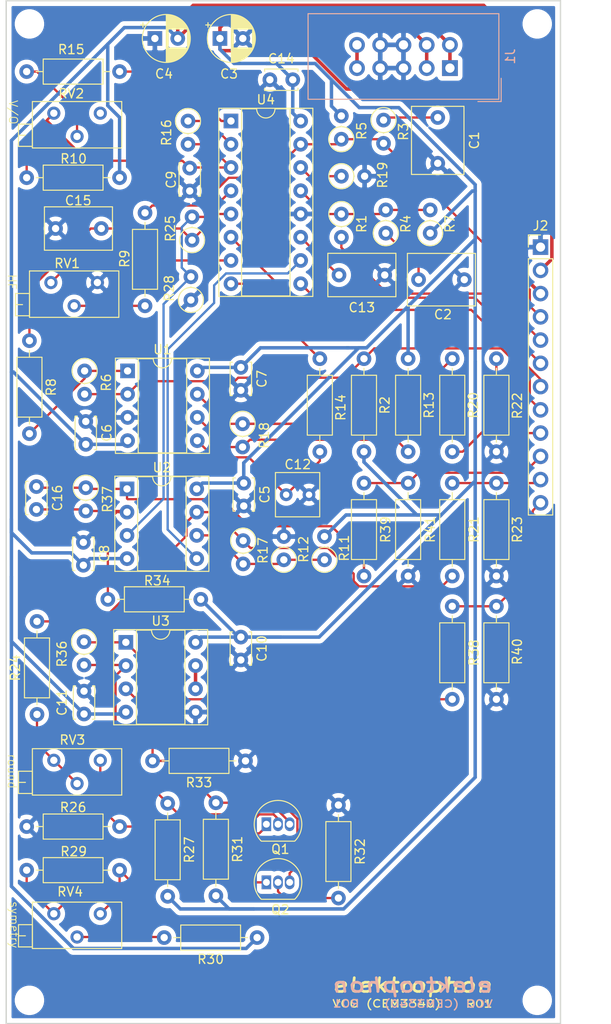
<source format=kicad_pcb>
(kicad_pcb (version 20171130) (host pcbnew 5.1.5-52549c5~86~ubuntu19.04.1)
  (title_block (title vco) (date 2020-05-23) (rev 01) (comment 1 "PCB for main circuit") (comment 2 "CEM3340 voltage controlled oszillator") (comment 4 "License CC BY 4.0 - Attribution 4.0 International"))
  (layers (0 F.Cu signal) (31 B.Cu signal) (34 B.Paste user) (35 F.Paste user) (36 B.SilkS user) (37 F.SilkS user) (38 B.Mask user) (39 F.Mask user) (44 Edge.Cuts user))
  (net 0 "")
  (net 1 GND)
  (net 2 "Net-(C1-Pad1)")
  (net 3 "Net-(C2-Pad1)")
  (net 4 +15V)
  (net 5 -15V)
  (net 6 /PWM)
  (net 7 +5V)
  (net 8 /PULSE)
  (net 9 /SINE)
  (net 10 /TRIANGLE)
  (net 11 /SAW)
  (net 12 /SOFT_SYNC)
  (net 13 /HARD_SYNC)
  (net 14 /IN_LIN_FM)
  (net 15 /IN_PWM)
  (net 16 /CV)
  (net 17 "Net-(Q1-Pad1)")
  (net 18 "Net-(Q1-Pad3)")
  (net 19 "Net-(Q1-Pad2)")
  (net 20 "Net-(Q2-Pad1)")
  (net 21 "Net-(Q2-Pad3)")
  (net 22 "Net-(Q2-Pad2)")
  (net 23 /LIN_FM)
  (net 24 "Net-(R6-Pad1)")
  (net 25 "Net-(R9-Pad2)")
  (net 26 "Net-(R11-Pad1)")
  (net 27 "Net-(R13-Pad1)")
  (net 28 /SAW_RAW)
  (net 29 "Net-(R15-Pad2)")
  (net 30 "Net-(R15-Pad1)")
  (net 31 "Net-(R16-Pad1)")
  (net 32 "Net-(R17-Pad1)")
  (net 33 "Net-(R18-Pad1)")
  (net 34 "Net-(R19-Pad1)")
  (net 35 "Net-(R24-Pad1)")
  (net 36 /PULSE_RAW)
  (net 37 "Net-(R30-Pad2)")
  (net 38 "Net-(R36-Pad1)")
  (net 39 /HF_Trim)
  (net 40 /TRI_RAW)
  (net 41 "Net-(C9-Pad1)")
  (net 42 "Net-(C12-Pad1)")
  (net 43 "Net-(C13-Pad1)")
  (net 44 "Net-(C16-Pad2)")
  (net 45 "Net-(C16-Pad1)")
  (net 46 "Net-(U3-Pad6)")
  (module Resistor_THT:R_Axial_DIN0207_L6.3mm_D2.5mm_P2.54mm_Vertical (layer F.Cu) (at 55.753 86.487 90)
    (fp_text reference R12 (at 1.143 2.159 90) (layer F.SilkS))
    (fp_text value 10k)
    (pad 2 thru_hole oval (at 2.54 0 90) (size 1.6 1.6) (drill 0.8) (layers *.Cu *.Mask) (net 1 GND))
    (pad 1 thru_hole circle (at 0 0 90) (size 1.6 1.6) (drill 0.8) (layers *.Cu *.Mask) (net 26 "Net-(R11-Pad1)"))
  )
  (module Resistor_THT:R_Axial_DIN0207_L6.3mm_D2.5mm_P2.54mm_Vertical (layer F.Cu) (at 60.198 86.487 90)
    (fp_text reference R11 (at 1.27 2.159 90) (layer F.SilkS))
    (fp_text value 30k)
    (pad 2 thru_hole oval (at 2.54 0 90) (size 1.6 1.6) (drill 0.8) (layers *.Cu *.Mask) (net 4 +15V))
    (pad 1 thru_hole circle (at 0 0 90) (size 1.6 1.6) (drill 0.8) (layers *.Cu *.Mask) (net 26 "Net-(R11-Pad1)"))
  )
  (module Resistor_THT:R_Axial_DIN0207_L6.3mm_D2.5mm_P2.54mm_Vertical (layer F.Cu) (at 45.2755 38.5445 270)
    (fp_text reference R16 (at 1.27 2.3495 90) (layer F.SilkS))
    (fp_text value 5k6)
    (pad 2 thru_hole oval (at 2.54 0 270) (size 1.6 1.6) (drill 0.8) (layers *.Cu *.Mask) (net 41 "Net-(C9-Pad1)"))
    (pad 1 thru_hole circle (at 0 0 270) (size 1.6 1.6) (drill 0.8) (layers *.Cu *.Mask) (net 31 "Net-(R16-Pad1)"))
  )
  (module Resistor_THT:R_Axial_DIN0207_L6.3mm_D2.5mm_P2.54mm_Vertical (layer F.Cu) (at 62.045 44.577)
    (fp_text reference R19 (at 4.503 -0.127 90) (layer F.SilkS))
    (fp_text value 1k8)
    (pad 2 thru_hole oval (at 2.54 0) (size 1.6 1.6) (drill 0.8) (layers *.Cu *.Mask) (net 1 GND))
    (pad 1 thru_hole circle (at 0 0) (size 1.6 1.6) (drill 0.8) (layers *.Cu *.Mask) (net 34 "Net-(R19-Pad1)"))
  )
  (module Resistor_THT:R_Axial_DIN0207_L6.3mm_D2.5mm_P2.54mm_Vertical (layer F.Cu) (at 71.755 50.8 90)
    (fp_text reference R7 (at 1.016 2.159 90) (layer F.SilkS))
    (fp_text value 1M5)
    (pad 2 thru_hole oval (at 2.54 0 90) (size 1.6 1.6) (drill 0.8) (layers *.Cu *.Mask) (net 23 /LIN_FM))
    (pad 1 thru_hole circle (at 0 0 90) (size 1.6 1.6) (drill 0.8) (layers *.Cu *.Mask) (net 4 +15V))
  )
  (module Resistor_THT:R_Axial_DIN0207_L6.3mm_D2.5mm_P2.54mm_Vertical (layer F.Cu) (at 66.9 50.8 90)
    (fp_text reference R4 (at 1.016 2.188 90) (layer F.SilkS))
    (fp_text value 470)
    (pad 2 thru_hole oval (at 2.54 0 90) (size 1.6 1.6) (drill 0.8) (layers *.Cu *.Mask) (net 23 /LIN_FM))
    (pad 1 thru_hole circle (at 0 0 90) (size 1.6 1.6) (drill 0.8) (layers *.Cu *.Mask) (net 3 "Net-(C2-Pad1)"))
  )
  (module Resistor_THT:R_Axial_DIN0207_L6.3mm_D2.5mm_P2.54mm_Vertical (layer F.Cu) (at 62.045 48.71 270)
    (fp_text reference R1 (at 1.074 -2.217 90) (layer F.SilkS))
    (fp_text value 1M)
    (pad 2 thru_hole oval (at 2.54 0 270) (size 1.6 1.6) (drill 0.8) (layers *.Cu *.Mask) (net 14 /IN_LIN_FM))
    (pad 1 thru_hole circle (at 0 0 270) (size 1.6 1.6) (drill 0.8) (layers *.Cu *.Mask) (net 23 /LIN_FM))
  )
  (module Resistor_THT:R_Axial_DIN0207_L6.3mm_D2.5mm_P2.54mm_Vertical (layer F.Cu) (at 66.65525 38.4445 270)
    (fp_text reference R3 (at 1.27 -2.17875 90) (layer F.SilkS))
    (fp_text value 470)
    (pad 2 thru_hole oval (at 2.54 0 270) (size 1.6 1.6) (drill 0.8) (layers *.Cu *.Mask) (net 16 /CV))
    (pad 1 thru_hole circle (at 0 0 270) (size 1.6 1.6) (drill 0.8) (layers *.Cu *.Mask) (net 2 "Net-(C1-Pad1)"))
  )
  (module Resistor_THT:R_Axial_DIN0207_L6.3mm_D2.5mm_P2.54mm_Vertical (layer F.Cu) (at 33.909 95.4405 270)
    (fp_text reference R36 (at 1.3335 2.413 90) (layer F.SilkS))
    (fp_text value 20k)
    (pad 2 thru_hole oval (at 2.54 0 270) (size 1.6 1.6) (drill 0.8) (layers *.Cu *.Mask) (net 18 "Net-(Q1-Pad3)"))
    (pad 1 thru_hole circle (at 0 0 270) (size 1.6 1.6) (drill 0.8) (layers *.Cu *.Mask) (net 38 "Net-(R36-Pad1)"))
  )
  (module Resistor_THT:R_Axial_DIN0207_L6.3mm_D2.5mm_P2.54mm_Vertical (layer F.Cu) (at 34.0995 78.613 270)
    (fp_text reference R37 (at 1.27 -2.37 90) (layer F.SilkS))
    (fp_text value 33k)
    (pad 2 thru_hole oval (at 2.54 0 270) (size 1.6 1.6) (drill 0.8) (layers *.Cu *.Mask) (net 44 "Net-(C16-Pad2)"))
    (pad 1 thru_hole circle (at 0 0 270) (size 1.6 1.6) (drill 0.8) (layers *.Cu *.Mask) (net 45 "Net-(C16-Pad1)"))
  )
  (module Resistor_THT:R_Axial_DIN0207_L6.3mm_D2.5mm_P2.54mm_Vertical (layer F.Cu) (at 51.308 84.397 270)
    (fp_text reference R17 (at 1.074 -2.159 90) (layer F.SilkS))
    (fp_text value 15k)
    (pad 2 thru_hole oval (at 2.54 0 270) (size 1.6 1.6) (drill 0.8) (layers *.Cu *.Mask) (net 26 "Net-(R11-Pad1)"))
    (pad 1 thru_hole circle (at 0 0 270) (size 1.6 1.6) (drill 0.8) (layers *.Cu *.Mask) (net 32 "Net-(R17-Pad1)"))
  )
  (module Resistor_THT:R_Axial_DIN0207_L6.3mm_D2.5mm_P2.54mm_Vertical (layer F.Cu) (at 51.2445 71.628 270)
    (fp_text reference R18 (at 1.27 -2.37 90) (layer F.SilkS))
    (fp_text value 10k)
    (pad 2 thru_hole oval (at 2.54 0 270) (size 1.6 1.6) (drill 0.8) (layers *.Cu *.Mask) (net 27 "Net-(R13-Pad1)"))
    (pad 1 thru_hole circle (at 0 0 270) (size 1.6 1.6) (drill 0.8) (layers *.Cu *.Mask) (net 33 "Net-(R18-Pad1)"))
  )
  (module Resistor_THT:R_Axial_DIN0207_L6.3mm_D2.5mm_P2.54mm_Vertical (layer F.Cu) (at 33.9725 65.8495 270)
    (fp_text reference R6 (at 1.27 -2.37 90) (layer F.SilkS))
    (fp_text value 120k)
    (pad 2 thru_hole oval (at 2.54 0 270) (size 1.6 1.6) (drill 0.8) (layers *.Cu *.Mask) (net 15 /IN_PWM))
    (pad 1 thru_hole circle (at 0 0 270) (size 1.6 1.6) (drill 0.8) (layers *.Cu *.Mask) (net 24 "Net-(R6-Pad1)"))
  )
  (module Resistor_THT:R_Axial_DIN0207_L6.3mm_D2.5mm_P2.54mm_Vertical (layer F.Cu) (at 45.593 58.1025 90)
    (fp_text reference R28 (at 1.27 -2.37 90) (layer F.SilkS))
    (fp_text value 10k)
    (pad 2 thru_hole oval (at 2.54 0 90) (size 1.6 1.6) (drill 0.8) (layers *.Cu *.Mask) (net 36 /PULSE_RAW))
    (pad 1 thru_hole circle (at 0 0 90) (size 1.6 1.6) (drill 0.8) (layers *.Cu *.Mask) (net 1 GND))
  )
  (module Resistor_THT:R_Axial_DIN0207_L6.3mm_D2.5mm_P2.54mm_Vertical (layer F.Cu) (at 45.72 51.562 90)
    (fp_text reference R25 (at 1.27 -2.37 90) (layer F.SilkS))
    (fp_text value 1M)
    (pad 2 thru_hole oval (at 2.54 0 90) (size 1.6 1.6) (drill 0.8) (layers *.Cu *.Mask) (net 36 /PULSE_RAW))
    (pad 1 thru_hole circle (at 0 0 90) (size 1.6 1.6) (drill 0.8) (layers *.Cu *.Mask) (net 6 /PWM))
  )
  (module Resistor_THT:R_Axial_DIN0207_L6.3mm_D2.5mm_P2.54mm_Vertical (layer F.Cu) (at 62.0395 40.5345 90)
    (fp_text reference R5 (at 0.9105 2.2225 90) (layer F.SilkS))
    (fp_text value 360k)
    (pad 2 thru_hole oval (at 2.54 0 90) (size 1.6 1.6) (drill 0.8) (layers *.Cu *.Mask) (net 4 +15V))
    (pad 1 thru_hole circle (at 0 0 90) (size 1.6 1.6) (drill 0.8) (layers *.Cu *.Mask) (net 16 /CV))
  )
  (module Capacitor_THT:C_Rect_L7.2mm_W4.5mm_P5.00mm_FKS2_FKP2_MKS2_MKP2 (layer F.Cu) (at 30.7975 50.292)
    (fp_text reference C15 (at 2.4765 -3.048) (layer F.SilkS))
    (fp_text value 0.001u)
    (pad 2 thru_hole circle (at 5 0) (size 1.6 1.6) (drill 0.8) (layers *.Cu *.Mask) (net 6 /PWM))
    (pad 1 thru_hole circle (at 0 0) (size 1.6 1.6) (drill 0.8) (layers *.Cu *.Mask) (net 1 GND))
  )
  (module Capacitor_THT:C_Rect_L7.2mm_W4.5mm_P5.00mm_FKS2_FKP2_MKS2_MKP2 (layer F.Cu) (at 61.7855 55.372)
    (fp_text reference C13 (at 2.5 3.556) (layer F.SilkS))
    (fp_text value 1000p)
    (pad 2 thru_hole circle (at 5 0) (size 1.6 1.6) (drill 0.8) (layers *.Cu *.Mask) (net 1 GND))
    (pad 1 thru_hole circle (at 0 0) (size 1.6 1.6) (drill 0.8) (layers *.Cu *.Mask) (net 43 "Net-(C13-Pad1)"))
  )
  (module Capacitor_THT:C_Rect_L4.6mm_W4.6mm_P2.50mm_MKS02_FKP02 (layer F.Cu) (at 56.007 79.375)
    (fp_text reference C12 (at 1.27 -3.302) (layer F.SilkS))
    (fp_text value 33p)
    (pad 2 thru_hole circle (at 2.5 0) (size 1.4 1.4) (drill 0.7) (layers *.Cu *.Mask) (net 1 GND))
    (pad 1 thru_hole circle (at 0 0) (size 1.4 1.4) (drill 0.7) (layers *.Cu *.Mask) (net 42 "Net-(C12-Pad1)"))
  )
  (module Capacitor_THT:C_Rect_L7.2mm_W5.5mm_P5.00mm_FKS2_FKP2_MKS2_MKP2 (layer F.Cu) (at 70.485 55.88)
    (fp_text reference C2 (at 2.667 3.81) (layer F.SilkS))
    (fp_text value 0.01u)
    (pad 2 thru_hole circle (at 5 0) (size 1.6 1.6) (drill 0.8) (layers *.Cu *.Mask) (net 1 GND))
    (pad 1 thru_hole circle (at 0 0) (size 1.6 1.6) (drill 0.8) (layers *.Cu *.Mask) (net 3 "Net-(C2-Pad1)"))
  )
  (module Capacitor_THT:C_Rect_L7.2mm_W5.5mm_P5.00mm_FKS2_FKP2_MKS2_MKP2 (layer F.Cu) (at 72.5805 38.1635 270)
    (fp_text reference C1 (at 2.5 -4 90) (layer F.SilkS))
    (fp_text value 0.01u)
    (pad 2 thru_hole circle (at 5 0 270) (size 1.6 1.6) (drill 0.8) (layers *.Cu *.Mask) (net 1 GND))
    (pad 1 thru_hole circle (at 0 0 270) (size 1.6 1.6) (drill 0.8) (layers *.Cu *.Mask) (net 2 "Net-(C1-Pad1)"))
  )
  (module Capacitor_THT:C_Disc_D3.4mm_W2.1mm_P2.50mm (layer F.Cu) (at 33.909 100.838 270)
    (fp_text reference C11 (at 1.25 2.413 90) (layer F.SilkS))
    (fp_text value 0.1u)
    (pad 2 thru_hole circle (at 2.5 0 270) (size 1.6 1.6) (drill 0.8) (layers *.Cu *.Mask) (net 5 -15V))
    (pad 1 thru_hole circle (at 0 0 270) (size 1.6 1.6) (drill 0.8) (layers *.Cu *.Mask) (net 1 GND))
  )
  (module Capacitor_THT:C_Disc_D3.4mm_W2.1mm_P2.50mm (layer F.Cu) (at 51.054 94.9325 270)
    (fp_text reference C10 (at 1.25 -2.3 90) (layer F.SilkS))
    (fp_text value 0.1u)
    (pad 2 thru_hole circle (at 2.5 0 270) (size 1.6 1.6) (drill 0.8) (layers *.Cu *.Mask) (net 1 GND))
    (pad 1 thru_hole circle (at 0 0 270) (size 1.6 1.6) (drill 0.8) (layers *.Cu *.Mask) (net 4 +15V))
  )
  (module Package_DIP:DIP-8_W7.62mm_Socket (layer F.Cu) (at 38.481 95.5045)
    (fp_text reference U3 (at 3.81 -2.33) (layer F.SilkS))
    (fp_text value TL072)
    (pad 8 thru_hole oval (at 7.62 0) (size 1.6 1.6) (drill 0.8) (layers *.Cu *.Mask) (net 4 +15V))
    (pad 4 thru_hole oval (at 0 7.62) (size 1.6 1.6) (drill 0.8) (layers *.Cu *.Mask) (net 5 -15V))
    (pad 7 thru_hole oval (at 7.62 2.54) (size 1.6 1.6) (drill 0.8) (layers *.Cu *.Mask) (net 46 "Net-(U3-Pad6)"))
    (pad 3 thru_hole oval (at 0 5.08) (size 1.6 1.6) (drill 0.8) (layers *.Cu *.Mask) (net 21 "Net-(Q2-Pad3)"))
    (pad 6 thru_hole oval (at 7.62 5.08) (size 1.6 1.6) (drill 0.8) (layers *.Cu *.Mask) (net 46 "Net-(U3-Pad6)"))
    (pad 2 thru_hole oval (at 0 2.54) (size 1.6 1.6) (drill 0.8) (layers *.Cu *.Mask) (net 18 "Net-(Q1-Pad3)"))
    (pad 5 thru_hole oval (at 7.62 7.62) (size 1.6 1.6) (drill 0.8) (layers *.Cu *.Mask) (net 1 GND))
    (pad 1 thru_hole rect (at 0 0) (size 1.6 1.6) (drill 0.8) (layers *.Cu *.Mask) (net 38 "Net-(R36-Pad1)"))
  )
  (module Package_DIP:DIP-16_W7.62mm_Socket (layer F.Cu) (at 49.9745 38.5445)
    (fp_text reference U4 (at 3.81 -2.33) (layer F.SilkS))
    (fp_text value CEM3340)
    (pad 16 thru_hole oval (at 7.62 0) (size 1.6 1.6) (drill 0.8) (layers *.Cu *.Mask) (net 4 +15V))
    (pad 8 thru_hole oval (at 0 17.78) (size 1.6 1.6) (drill 0.8) (layers *.Cu *.Mask) (net 28 /SAW_RAW))
    (pad 15 thru_hole oval (at 7.62 2.54) (size 1.6 1.6) (drill 0.8) (layers *.Cu *.Mask) (net 16 /CV))
    (pad 7 thru_hole oval (at 0 15.24) (size 1.6 1.6) (drill 0.8) (layers *.Cu *.Mask) (net 39 /HF_Trim))
    (pad 14 thru_hole oval (at 7.62 5.08) (size 1.6 1.6) (drill 0.8) (layers *.Cu *.Mask) (net 34 "Net-(R19-Pad1)"))
    (pad 6 thru_hole oval (at 0 12.7) (size 1.6 1.6) (drill 0.8) (layers *.Cu *.Mask) (net 13 /HARD_SYNC))
    (pad 13 thru_hole oval (at 7.62 7.62) (size 1.6 1.6) (drill 0.8) (layers *.Cu *.Mask) (net 23 /LIN_FM))
    (pad 5 thru_hole oval (at 0 10.16) (size 1.6 1.6) (drill 0.8) (layers *.Cu *.Mask) (net 6 /PWM))
    (pad 12 thru_hole oval (at 7.62 10.16) (size 1.6 1.6) (drill 0.8) (layers *.Cu *.Mask) (net 1 GND))
    (pad 4 thru_hole oval (at 0 7.62) (size 1.6 1.6) (drill 0.8) (layers *.Cu *.Mask) (net 36 /PULSE_RAW))
    (pad 11 thru_hole oval (at 7.62 12.7) (size 1.6 1.6) (drill 0.8) (layers *.Cu *.Mask) (net 43 "Net-(C13-Pad1)"))
    (pad 3 thru_hole oval (at 0 5.08) (size 1.6 1.6) (drill 0.8) (layers *.Cu *.Mask) (net 41 "Net-(C9-Pad1)"))
    (pad 10 thru_hole oval (at 7.62 15.24) (size 1.6 1.6) (drill 0.8) (layers *.Cu *.Mask) (net 40 /TRI_RAW))
    (pad 2 thru_hole oval (at 0 2.54) (size 1.6 1.6) (drill 0.8) (layers *.Cu *.Mask) (net 31 "Net-(R16-Pad1)"))
    (pad 9 thru_hole oval (at 7.62 17.78) (size 1.6 1.6) (drill 0.8) (layers *.Cu *.Mask) (net 12 /SOFT_SYNC))
    (pad 1 thru_hole rect (at 0 0) (size 1.6 1.6) (drill 0.8) (layers *.Cu *.Mask) (net 30 "Net-(R15-Pad1)"))
  )
  (module Package_DIP:DIP-8_W7.62mm_Socket (layer F.Cu) (at 38.608 78.74)
    (fp_text reference U2 (at 3.81 -2.33) (layer F.SilkS))
    (fp_text value TL072)
    (pad 8 thru_hole oval (at 7.62 0) (size 1.6 1.6) (drill 0.8) (layers *.Cu *.Mask) (net 4 +15V))
    (pad 4 thru_hole oval (at 0 7.62) (size 1.6 1.6) (drill 0.8) (layers *.Cu *.Mask) (net 5 -15V))
    (pad 7 thru_hole oval (at 7.62 2.54) (size 1.6 1.6) (drill 0.8) (layers *.Cu *.Mask) (net 32 "Net-(R17-Pad1)"))
    (pad 3 thru_hole oval (at 0 5.08) (size 1.6 1.6) (drill 0.8) (layers *.Cu *.Mask) (net 36 /PULSE_RAW))
    (pad 6 thru_hole oval (at 7.62 5.08) (size 1.6 1.6) (drill 0.8) (layers *.Cu *.Mask) (net 26 "Net-(R11-Pad1)"))
    (pad 2 thru_hole oval (at 0 2.54) (size 1.6 1.6) (drill 0.8) (layers *.Cu *.Mask) (net 44 "Net-(C16-Pad2)"))
    (pad 5 thru_hole oval (at 7.62 7.62) (size 1.6 1.6) (drill 0.8) (layers *.Cu *.Mask) (net 40 /TRI_RAW))
    (pad 1 thru_hole rect (at 0 0) (size 1.6 1.6) (drill 0.8) (layers *.Cu *.Mask) (net 45 "Net-(C16-Pad1)"))
  )
  (module Package_DIP:DIP-8_W7.62mm_Socket (layer F.Cu) (at 38.6715 65.8495)
    (fp_text reference U1 (at 3.81 -2.33) (layer F.SilkS))
    (fp_text value TL072)
    (pad 8 thru_hole oval (at 7.62 0) (size 1.6 1.6) (drill 0.8) (layers *.Cu *.Mask) (net 4 +15V))
    (pad 4 thru_hole oval (at 0 7.62) (size 1.6 1.6) (drill 0.8) (layers *.Cu *.Mask) (net 5 -15V))
    (pad 7 thru_hole oval (at 7.62 2.54) (size 1.6 1.6) (drill 0.8) (layers *.Cu *.Mask) (net 33 "Net-(R18-Pad1)"))
    (pad 3 thru_hole oval (at 0 5.08) (size 1.6 1.6) (drill 0.8) (layers *.Cu *.Mask) (net 1 GND))
    (pad 6 thru_hole oval (at 7.62 5.08) (size 1.6 1.6) (drill 0.8) (layers *.Cu *.Mask) (net 27 "Net-(R13-Pad1)"))
    (pad 2 thru_hole oval (at 0 2.54) (size 1.6 1.6) (drill 0.8) (layers *.Cu *.Mask) (net 15 /IN_PWM))
    (pad 5 thru_hole oval (at 7.62 7.62) (size 1.6 1.6) (drill 0.8) (layers *.Cu *.Mask) (net 42 "Net-(C12-Pad1)"))
    (pad 1 thru_hole rect (at 0 0) (size 1.6 1.6) (drill 0.8) (layers *.Cu *.Mask) (net 24 "Net-(R6-Pad1)"))
  )
  (module Potentiometer_THT:Potentiometer_Bourns_3296Z_Horizontal (layer F.Cu) (at 35.687 125.1585)
    (fp_text reference RV4 (at -3.3 -2.4) (layer F.SilkS))
    (fp_text value 50k)
    (pad 3 thru_hole circle (at -5.08 0) (size 1.44 1.44) (drill 0.8) (layers *.Cu *.Mask) (net 17 "Net-(Q1-Pad1)"))
    (pad 2 thru_hole circle (at -2.54 2.54) (size 1.44 1.44) (drill 0.8) (layers *.Cu *.Mask) (net 37 "Net-(R30-Pad2)"))
    (pad 1 thru_hole circle (at 0 0) (size 1.44 1.44) (drill 0.8) (layers *.Cu *.Mask) (net 20 "Net-(Q2-Pad1)"))
  )
  (module Potentiometer_THT:Potentiometer_Bourns_3296Z_Horizontal (layer F.Cu) (at 35.687 108.3945)
    (fp_text reference RV3 (at -3.048 -2.2225) (layer F.SilkS))
    (fp_text value 50k)
    (pad 3 thru_hole circle (at -5.08 0) (size 1.44 1.44) (drill 0.8) (layers *.Cu *.Mask) (net 35 "Net-(R24-Pad1)"))
    (pad 2 thru_hole circle (at -2.54 2.54) (size 1.44 1.44) (drill 0.8) (layers *.Cu *.Mask) (net 35 "Net-(R24-Pad1)"))
    (pad 1 thru_hole circle (at 0 0) (size 1.44 1.44) (drill 0.8) (layers *.Cu *.Mask) (net 19 "Net-(Q1-Pad2)"))
  )
  (module Potentiometer_THT:Potentiometer_Bourns_3296Z_Horizontal (layer F.Cu) (at 35.687 37.691375)
    (fp_text reference RV2 (at -3.175 -2.131375) (layer F.SilkS))
    (fp_text value 10k)
    (pad 3 thru_hole circle (at -5.08 0) (size 1.44 1.44) (drill 0.8) (layers *.Cu *.Mask) (net 41 "Net-(C9-Pad1)"))
    (pad 2 thru_hole circle (at -2.54 2.54) (size 1.44 1.44) (drill 0.8) (layers *.Cu *.Mask) (net 29 "Net-(R15-Pad2)"))
    (pad 1 thru_hole circle (at 0 0) (size 1.44 1.44) (drill 0.8) (layers *.Cu *.Mask))
  )
  (module Potentiometer_THT:Potentiometer_Bourns_3296Z_Horizontal (layer F.Cu) (at 35.3695 56.1975)
    (fp_text reference RV1 (at -3.3 -2.0955) (layer F.SilkS))
    (fp_text value 10k)
    (pad 3 thru_hole circle (at -5.08 0) (size 1.44 1.44) (drill 0.8) (layers *.Cu *.Mask) (net 39 /HF_Trim))
    (pad 2 thru_hole circle (at -2.54 2.54) (size 1.44 1.44) (drill 0.8) (layers *.Cu *.Mask) (net 25 "Net-(R9-Pad2)"))
    (pad 1 thru_hole circle (at 0 0) (size 1.44 1.44) (drill 0.8) (layers *.Cu *.Mask) (net 1 GND))
  )
  (module Resistor_THT:R_Axial_DIN0207_L6.3mm_D2.5mm_P10.16mm_Horizontal (layer F.Cu) (at 69.342 88.265 90)
    (fp_text reference R41 (at 5.08 2.413 90) (layer F.SilkS))
    (fp_text value 1k5)
    (pad 2 thru_hole oval (at 10.16 0 90) (size 1.6 1.6) (drill 0.8) (layers *.Cu *.Mask) (net 8 /PULSE))
    (pad 1 thru_hole circle (at 0 0 90) (size 1.6 1.6) (drill 0.8) (layers *.Cu *.Mask) (net 1 GND))
  )
  (module Resistor_THT:R_Axial_DIN0207_L6.3mm_D2.5mm_P10.16mm_Horizontal (layer F.Cu) (at 78.994 101.727 90)
    (fp_text reference R40 (at 5.207 2.286 90) (layer F.SilkS))
    (fp_text value 2k)
    (pad 2 thru_hole oval (at 10.16 0 90) (size 1.6 1.6) (drill 0.8) (layers *.Cu *.Mask) (net 9 /SINE))
    (pad 1 thru_hole circle (at 0 0 90) (size 1.6 1.6) (drill 0.8) (layers *.Cu *.Mask) (net 1 GND))
  )
  (module Resistor_THT:R_Axial_DIN0207_L6.3mm_D2.5mm_P10.16mm_Horizontal (layer F.Cu) (at 64.516 78.105 270)
    (fp_text reference R39 (at 5.08 -2.37 90) (layer F.SilkS))
    (fp_text value 2k26)
    (pad 2 thru_hole oval (at 10.16 0 270) (size 1.6 1.6) (drill 0.8) (layers *.Cu *.Mask) (net 45 "Net-(C16-Pad1)"))
    (pad 1 thru_hole circle (at 0 0 270) (size 1.6 1.6) (drill 0.8) (layers *.Cu *.Mask) (net 8 /PULSE))
  )
  (module Resistor_THT:R_Axial_DIN0207_L6.3mm_D2.5mm_P10.16mm_Horizontal (layer F.Cu) (at 74.168 91.567 270)
    (fp_text reference R38 (at 5.08 -2.37 90) (layer F.SilkS))
    (fp_text value 2k)
    (pad 2 thru_hole oval (at 10.16 0 270) (size 1.6 1.6) (drill 0.8) (layers *.Cu *.Mask) (net 38 "Net-(R36-Pad1)"))
    (pad 1 thru_hole circle (at 0 0 270) (size 1.6 1.6) (drill 0.8) (layers *.Cu *.Mask) (net 9 /SINE))
  )
  (module Resistor_THT:R_Axial_DIN0207_L6.3mm_D2.5mm_P10.16mm_Horizontal (layer F.Cu) (at 36.5125 90.805)
    (fp_text reference R34 (at 5.3975 -2.032) (layer F.SilkS))
    (fp_text value 40k)
    (pad 2 thru_hole oval (at 10.16 0) (size 1.6 1.6) (drill 0.8) (layers *.Cu *.Mask) (net 4 +15V))
    (pad 1 thru_hole circle (at 0 0) (size 1.6 1.6) (drill 0.8) (layers *.Cu *.Mask) (net 44 "Net-(C16-Pad2)"))
  )
  (module Resistor_THT:R_Axial_DIN0207_L6.3mm_D2.5mm_P10.16mm_Horizontal (layer F.Cu) (at 51.562 108.458 180)
    (fp_text reference R33 (at 5.08 -2.37) (layer F.SilkS))
    (fp_text value 20k)
    (pad 2 thru_hole oval (at 10.16 0 180) (size 1.6 1.6) (drill 0.8) (layers *.Cu *.Mask) (net 21 "Net-(Q2-Pad3)"))
    (pad 1 thru_hole circle (at 0 0 180) (size 1.6 1.6) (drill 0.8) (layers *.Cu *.Mask) (net 1 GND))
  )
  (module Resistor_THT:R_Axial_DIN0207_L6.3mm_D2.5mm_P10.16mm_Horizontal (layer F.Cu) (at 61.722 113.284 270)
    (fp_text reference R32 (at 5.08 -2.37 90) (layer F.SilkS))
    (fp_text value 2k2)
    (pad 2 thru_hole oval (at 10.16 0 270) (size 1.6 1.6) (drill 0.8) (layers *.Cu *.Mask) (net 22 "Net-(Q2-Pad2)"))
    (pad 1 thru_hole circle (at 0 0 270) (size 1.6 1.6) (drill 0.8) (layers *.Cu *.Mask) (net 1 GND))
  )
  (module Resistor_THT:R_Axial_DIN0207_L6.3mm_D2.5mm_P10.16mm_Horizontal (layer F.Cu) (at 48.3235 113.03 270)
    (fp_text reference R31 (at 5.08 -2.37 90) (layer F.SilkS))
    (fp_text value 10k)
    (pad 2 thru_hole oval (at 10.16 0 270) (size 1.6 1.6) (drill 0.8) (layers *.Cu *.Mask) (net 4 +15V))
    (pad 1 thru_hole circle (at 0 0 270) (size 1.6 1.6) (drill 0.8) (layers *.Cu *.Mask) (net 21 "Net-(Q2-Pad3)"))
  )
  (module Resistor_THT:R_Axial_DIN0207_L6.3mm_D2.5mm_P10.16mm_Horizontal (layer F.Cu) (at 52.832 127.762 180)
    (fp_text reference R30 (at 5.08 -2.37) (layer F.SilkS))
    (fp_text value 18k)
    (pad 2 thru_hole oval (at 10.16 0 180) (size 1.6 1.6) (drill 0.8) (layers *.Cu *.Mask) (net 37 "Net-(R30-Pad2)"))
    (pad 1 thru_hole circle (at 0 0 180) (size 1.6 1.6) (drill 0.8) (layers *.Cu *.Mask) (net 5 -15V))
  )
  (module Resistor_THT:R_Axial_DIN0207_L6.3mm_D2.5mm_P10.16mm_Horizontal (layer F.Cu) (at 37.797 120.396 180)
    (fp_text reference R29 (at 5.0165 2.032) (layer F.SilkS))
    (fp_text value 390)
    (pad 2 thru_hole oval (at 10.16 0 180) (size 1.6 1.6) (drill 0.8) (layers *.Cu *.Mask) (net 17 "Net-(Q1-Pad1)"))
    (pad 1 thru_hole circle (at 0 0 180) (size 1.6 1.6) (drill 0.8) (layers *.Cu *.Mask) (net 20 "Net-(Q2-Pad1)"))
  )
  (module Resistor_THT:R_Axial_DIN0207_L6.3mm_D2.5mm_P10.16mm_Horizontal (layer F.Cu) (at 43.053 113.0935 270)
    (fp_text reference R27 (at 5.08 -2.37 90) (layer F.SilkS))
    (fp_text value 10k)
    (pad 2 thru_hole oval (at 10.16 0 270) (size 1.6 1.6) (drill 0.8) (layers *.Cu *.Mask) (net 4 +15V))
    (pad 1 thru_hole circle (at 0 0 270) (size 1.6 1.6) (drill 0.8) (layers *.Cu *.Mask) (net 18 "Net-(Q1-Pad3)"))
  )
  (module Resistor_THT:R_Axial_DIN0207_L6.3mm_D2.5mm_P10.16mm_Horizontal (layer F.Cu) (at 27.637 115.6335)
    (fp_text reference R26 (at 5.08 -2.0955) (layer F.SilkS))
    (fp_text value 2k2)
    (pad 2 thru_hole oval (at 10.16 0) (size 1.6 1.6) (drill 0.8) (layers *.Cu *.Mask) (net 19 "Net-(Q1-Pad2)"))
    (pad 1 thru_hole circle (at 0 0) (size 1.6 1.6) (drill 0.8) (layers *.Cu *.Mask) (net 1 GND))
  )
  (module Resistor_THT:R_Axial_DIN0207_L6.3mm_D2.5mm_P10.16mm_Horizontal (layer F.Cu) (at 28.7655 103.378 90)
    (fp_text reference R24 (at 5.08 -2.37 90) (layer F.SilkS))
    (fp_text value 47k)
    (pad 2 thru_hole oval (at 10.16 0 90) (size 1.6 1.6) (drill 0.8) (layers *.Cu *.Mask) (net 32 "Net-(R17-Pad1)"))
    (pad 1 thru_hole circle (at 0 0 90) (size 1.6 1.6) (drill 0.8) (layers *.Cu *.Mask) (net 35 "Net-(R24-Pad1)"))
  )
  (module Resistor_THT:R_Axial_DIN0207_L6.3mm_D2.5mm_P10.16mm_Horizontal (layer F.Cu) (at 78.994 88.265 90)
    (fp_text reference R23 (at 5.08 2.286 90) (layer F.SilkS))
    (fp_text value 3k)
    (pad 2 thru_hole oval (at 10.16 0 90) (size 1.6 1.6) (drill 0.8) (layers *.Cu *.Mask) (net 10 /TRIANGLE))
    (pad 1 thru_hole circle (at 0 0 90) (size 1.6 1.6) (drill 0.8) (layers *.Cu *.Mask) (net 1 GND))
  )
  (module Resistor_THT:R_Axial_DIN0207_L6.3mm_D2.5mm_P10.16mm_Horizontal (layer F.Cu) (at 78.994 74.676 90)
    (fp_text reference R22 (at 5.0165 2.286 90) (layer F.SilkS))
    (fp_text value 3k)
    (pad 2 thru_hole oval (at 10.16 0 90) (size 1.6 1.6) (drill 0.8) (layers *.Cu *.Mask) (net 11 /SAW))
    (pad 1 thru_hole circle (at 0 0 90) (size 1.6 1.6) (drill 0.8) (layers *.Cu *.Mask) (net 1 GND))
  )
  (module Resistor_THT:R_Axial_DIN0207_L6.3mm_D2.5mm_P10.16mm_Horizontal (layer F.Cu) (at 74.168 78.105 270)
    (fp_text reference R21 (at 5.08 -2.37 90) (layer F.SilkS))
    (fp_text value 1k5)
    (pad 2 thru_hole oval (at 10.16 0 270) (size 1.6 1.6) (drill 0.8) (layers *.Cu *.Mask) (net 32 "Net-(R17-Pad1)"))
    (pad 1 thru_hole circle (at 0 0 270) (size 1.6 1.6) (drill 0.8) (layers *.Cu *.Mask) (net 10 /TRIANGLE))
  )
  (module Resistor_THT:R_Axial_DIN0207_L6.3mm_D2.5mm_P10.16mm_Horizontal (layer F.Cu) (at 74.168 74.676 90)
    (fp_text reference R20 (at 5.08 2.286 90) (layer F.SilkS))
    (fp_text value 1k5)
    (pad 2 thru_hole oval (at 10.16 0 90) (size 1.6 1.6) (drill 0.8) (layers *.Cu *.Mask) (net 33 "Net-(R18-Pad1)"))
    (pad 1 thru_hole circle (at 0 0 90) (size 1.6 1.6) (drill 0.8) (layers *.Cu *.Mask) (net 11 /SAW))
  )
  (module Resistor_THT:R_Axial_DIN0207_L6.3mm_D2.5mm_P10.16mm_Horizontal (layer F.Cu) (at 37.797 33.147 180)
    (fp_text reference R15 (at 5.285 2.413) (layer F.SilkS))
    (fp_text value 24k)
    (pad 2 thru_hole oval (at 10.16 0 180) (size 1.6 1.6) (drill 0.8) (layers *.Cu *.Mask) (net 29 "Net-(R15-Pad2)"))
    (pad 1 thru_hole circle (at 0 0 180) (size 1.6 1.6) (drill 0.8) (layers *.Cu *.Mask) (net 30 "Net-(R15-Pad1)"))
  )
  (module Resistor_THT:R_Axial_DIN0207_L6.3mm_D2.5mm_P10.16mm_Horizontal (layer F.Cu) (at 59.69 74.676 90)
    (fp_text reference R14 (at 4.826 2.286 90) (layer F.SilkS))
    (fp_text value 10k)
    (pad 2 thru_hole oval (at 10.16 0 90) (size 1.6 1.6) (drill 0.8) (layers *.Cu *.Mask) (net 28 /SAW_RAW))
    (pad 1 thru_hole circle (at 0 0 90) (size 1.6 1.6) (drill 0.8) (layers *.Cu *.Mask) (net 42 "Net-(C12-Pad1)"))
  )
  (module Resistor_THT:R_Axial_DIN0207_L6.3mm_D2.5mm_P10.16mm_Horizontal (layer F.Cu) (at 69.342 74.676 90)
    (fp_text reference R13 (at 5.08 2.286 90) (layer F.SilkS))
    (fp_text value 20k)
    (pad 2 thru_hole oval (at 10.16 0 90) (size 1.6 1.6) (drill 0.8) (layers *.Cu *.Mask) (net 4 +15V))
    (pad 1 thru_hole circle (at 0 0 90) (size 1.6 1.6) (drill 0.8) (layers *.Cu *.Mask) (net 27 "Net-(R13-Pad1)"))
  )
  (module Resistor_THT:R_Axial_DIN0207_L6.3mm_D2.5mm_P10.16mm_Horizontal (layer F.Cu) (at 27.637 44.73575)
    (fp_text reference R10 (at 5.129 -2.06375) (layer F.SilkS))
    (fp_text value 820k)
    (pad 2 thru_hole oval (at 10.16 0) (size 1.6 1.6) (drill 0.8) (layers *.Cu *.Mask) (net 5 -15V))
    (pad 1 thru_hole circle (at 0 0) (size 1.6 1.6) (drill 0.8) (layers *.Cu *.Mask) (net 41 "Net-(C9-Pad1)"))
  )
  (module Resistor_THT:R_Axial_DIN0207_L6.3mm_D2.5mm_P10.16mm_Horizontal (layer F.Cu) (at 40.5765 48.5775 270)
    (fp_text reference R9 (at 5.0165 2.2225 90) (layer F.SilkS))
    (fp_text value 1M)
    (pad 2 thru_hole oval (at 10.16 0 270) (size 1.6 1.6) (drill 0.8) (layers *.Cu *.Mask) (net 25 "Net-(R9-Pad2)"))
    (pad 1 thru_hole circle (at 0 0 270) (size 1.6 1.6) (drill 0.8) (layers *.Cu *.Mask) (net 16 /CV))
  )
  (module Resistor_THT:R_Axial_DIN0207_L6.3mm_D2.5mm_P10.16mm_Horizontal (layer F.Cu) (at 27.94 62.5475 270)
    (fp_text reference R8 (at 5.08 -2.37 90) (layer F.SilkS))
    (fp_text value 10k)
    (pad 2 thru_hole oval (at 10.16 0 270) (size 1.6 1.6) (drill 0.8) (layers *.Cu *.Mask) (net 24 "Net-(R6-Pad1)"))
    (pad 1 thru_hole circle (at 0 0 270) (size 1.6 1.6) (drill 0.8) (layers *.Cu *.Mask) (net 6 /PWM))
  )
  (module Resistor_THT:R_Axial_DIN0207_L6.3mm_D2.5mm_P10.16mm_Horizontal (layer F.Cu) (at 64.516 74.676 90)
    (fp_text reference R2 (at 5.08 2.286 90) (layer F.SilkS))
    (fp_text value 10M)
    (pad 2 thru_hole oval (at 10.16 0 90) (size 1.6 1.6) (drill 0.8) (layers *.Cu *.Mask) (net 15 /IN_PWM))
    (pad 1 thru_hole circle (at 0 0 90) (size 1.6 1.6) (drill 0.8) (layers *.Cu *.Mask) (net 4 +15V))
  )
  (module Package_TO_SOT_THT:TO-92_Inline (layer F.Cu) (at 53.848 121.7295)
    (fp_text reference Q2 (at 1.524 2.9845) (layer F.SilkS))
    (fp_text value 2N3904)
    (pad 1 thru_hole rect (at 0 0) (size 1.05 1.5) (drill 0.75) (layers *.Cu *.Mask) (net 20 "Net-(Q2-Pad1)"))
    (pad 3 thru_hole oval (at 2.54 0) (size 1.05 1.5) (drill 0.75) (layers *.Cu *.Mask) (net 21 "Net-(Q2-Pad3)"))
    (pad 2 thru_hole oval (at 1.27 0) (size 1.05 1.5) (drill 0.75) (layers *.Cu *.Mask) (net 22 "Net-(Q2-Pad2)"))
  )
  (module Package_TO_SOT_THT:TO-92_Inline (layer F.Cu) (at 53.848 115.3795)
    (fp_text reference Q1 (at 1.524 2.7305) (layer F.SilkS))
    (fp_text value 2N3904)
    (pad 1 thru_hole rect (at 0 0) (size 1.05 1.5) (drill 0.75) (layers *.Cu *.Mask) (net 17 "Net-(Q1-Pad1)"))
    (pad 3 thru_hole oval (at 2.54 0) (size 1.05 1.5) (drill 0.75) (layers *.Cu *.Mask) (net 18 "Net-(Q1-Pad3)"))
    (pad 2 thru_hole oval (at 1.27 0) (size 1.05 1.5) (drill 0.75) (layers *.Cu *.Mask) (net 19 "Net-(Q1-Pad2)"))
  )
  (module Connector_PinHeader_2.54mm:PinHeader_1x12_P2.54mm_Vertical (layer F.Cu) (at 83.82 52.324)
    (fp_text reference J2 (at 0 -2.33) (layer F.SilkS))
    (fp_text value Conn_01x12_Female)
    (pad 12 thru_hole oval (at 0 27.94) (size 1.7 1.7) (drill 1) (layers *.Cu *.Mask) (net 9 /SINE))
    (pad 11 thru_hole oval (at 0 25.4) (size 1.7 1.7) (drill 1) (layers *.Cu *.Mask) (net 10 /TRIANGLE))
    (pad 10 thru_hole oval (at 0 22.86) (size 1.7 1.7) (drill 1) (layers *.Cu *.Mask) (net 8 /PULSE))
    (pad 9 thru_hole oval (at 0 20.32) (size 1.7 1.7) (drill 1) (layers *.Cu *.Mask) (net 11 /SAW))
    (pad 8 thru_hole oval (at 0 17.78) (size 1.7 1.7) (drill 1) (layers *.Cu *.Mask) (net 15 /IN_PWM))
    (pad 7 thru_hole oval (at 0 15.24) (size 1.7 1.7) (drill 1) (layers *.Cu *.Mask) (net 13 /HARD_SYNC))
    (pad 6 thru_hole oval (at 0 12.7) (size 1.7 1.7) (drill 1) (layers *.Cu *.Mask) (net 12 /SOFT_SYNC))
    (pad 5 thru_hole oval (at 0 10.16) (size 1.7 1.7) (drill 1) (layers *.Cu *.Mask) (net 14 /IN_LIN_FM))
    (pad 4 thru_hole oval (at 0 7.62) (size 1.7 1.7) (drill 1) (layers *.Cu *.Mask) (net 16 /CV))
    (pad 3 thru_hole oval (at 0 5.08) (size 1.7 1.7) (drill 1) (layers *.Cu *.Mask) (net 4 +15V))
    (pad 2 thru_hole oval (at 0 2.54) (size 1.7 1.7) (drill 1) (layers *.Cu *.Mask) (net 5 -15V))
    (pad 1 thru_hole rect (at 0 0) (size 1.7 1.7) (drill 1) (layers *.Cu *.Mask) (net 1 GND))
  )
  (module Connector_IDC:IDC-Header_2x05_P2.54mm_Vertical (layer B.Cu) (at 73.914 32.766 90)
    (fp_text reference J1 (at 1.27 6.604 90) (layer B.SilkS) (effects (justify mirror)))
    (fp_text value "IDC Header")
    (pad 10 thru_hole oval (at 2.54 -10.16 90) (size 1.7272 1.7272) (drill 1.016) (layers *.Cu *.Mask) (net 7 +5V))
    (pad 9 thru_hole oval (at 0 -10.16 90) (size 1.7272 1.7272) (drill 1.016) (layers *.Cu *.Mask) (net 7 +5V))
    (pad 8 thru_hole oval (at 2.54 -7.62 90) (size 1.7272 1.7272) (drill 1.016) (layers *.Cu *.Mask) (net 1 GND))
    (pad 7 thru_hole oval (at 0 -7.62 90) (size 1.7272 1.7272) (drill 1.016) (layers *.Cu *.Mask) (net 1 GND))
    (pad 6 thru_hole oval (at 2.54 -5.08 90) (size 1.7272 1.7272) (drill 1.016) (layers *.Cu *.Mask) (net 1 GND))
    (pad 5 thru_hole oval (at 0 -5.08 90) (size 1.7272 1.7272) (drill 1.016) (layers *.Cu *.Mask) (net 1 GND))
    (pad 4 thru_hole oval (at 2.54 -2.54 90) (size 1.7272 1.7272) (drill 1.016) (layers *.Cu *.Mask) (net 4 +15V))
    (pad 3 thru_hole oval (at 0 -2.54 90) (size 1.7272 1.7272) (drill 1.016) (layers *.Cu *.Mask) (net 4 +15V))
    (pad 2 thru_hole oval (at 2.54 0 90) (size 1.7272 1.7272) (drill 1.016) (layers *.Cu *.Mask) (net 5 -15V))
    (pad 1 thru_hole rect (at 0 0 90) (size 1.7272 1.7272) (drill 1.016) (layers *.Cu *.Mask) (net 5 -15V))
  )
  (module MountingHole:MountingHole_2.2mm_M2 (layer F.Cu) (at 27.94 27.94)
    (fp_text reference H4 hide)
    (fp_text value MountingHole hide)
    (pad 1 np_thru_hole circle (at 0 0) (size 2.2 2.2) (drill 2.2) (layers *.Cu *.Mask))
  )
  (module MountingHole:MountingHole_2.2mm_M2 (layer F.Cu) (at 27.94 134.62)
    (fp_text reference H3 hide)
    (fp_text value MountingHole hide)
    (pad 1 np_thru_hole circle (at 0 0) (size 2.2 2.2) (drill 2.2) (layers *.Cu *.Mask))
  )
  (module MountingHole:MountingHole_2.2mm_M2 (layer F.Cu) (at 83.46 27.94)
    (fp_text reference H2 hide)
    (fp_text value MountingHole hide)
    (pad 1 np_thru_hole circle (at 0 0) (size 2.2 2.2) (drill 2.2) (layers *.Cu *.Mask))
  )
  (module MountingHole:MountingHole_2.2mm_M2 (layer F.Cu) (at 83.46 134.62)
    (fp_text reference H1 hide)
    (fp_text value MountingHole hide)
    (pad 1 np_thru_hole circle (at 0 0) (size 2.2 2.2) (drill 2.2) (layers *.Cu *.Mask))
  )
  (module Capacitor_THT:C_Disc_D3.4mm_W2.1mm_P2.50mm (layer F.Cu) (at 28.702 78.486 270)
    (fp_text reference C16 (at 1.25 -2.3 90) (layer F.SilkS))
    (fp_text value 22p)
    (pad 2 thru_hole circle (at 2.5 0 270) (size 1.6 1.6) (drill 0.8) (layers *.Cu *.Mask) (net 44 "Net-(C16-Pad2)"))
    (pad 1 thru_hole circle (at 0 0 270) (size 1.6 1.6) (drill 0.8) (layers *.Cu *.Mask) (net 45 "Net-(C16-Pad1)"))
  )
  (module Capacitor_THT:C_Disc_D3.4mm_W2.1mm_P2.50mm (layer F.Cu) (at 54.229 34.036)
    (fp_text reference C14 (at 1.25 -2.3) (layer F.SilkS))
    (fp_text value 0.1u)
    (pad 2 thru_hole circle (at 2.5 0) (size 1.6 1.6) (drill 0.8) (layers *.Cu *.Mask) (net 4 +15V))
    (pad 1 thru_hole circle (at 0 0) (size 1.6 1.6) (drill 0.8) (layers *.Cu *.Mask) (net 1 GND))
  )
  (module Capacitor_THT:C_Disc_D3.4mm_W2.1mm_P2.50mm (layer F.Cu) (at 33.836 84.582 270)
    (fp_text reference C8 (at 1.25 -2.3 90) (layer F.SilkS))
    (fp_text value 0.1u)
    (pad 2 thru_hole circle (at 2.5 0 270) (size 1.6 1.6) (drill 0.8) (layers *.Cu *.Mask) (net 5 -15V))
    (pad 1 thru_hole circle (at 0 0 270) (size 1.6 1.6) (drill 0.8) (layers *.Cu *.Mask) (net 1 GND))
  )
  (module Capacitor_THT:C_Disc_D3.4mm_W2.1mm_P2.50mm (layer F.Cu) (at 51.054 65.4685 270)
    (fp_text reference C7 (at 1.25 -2.3 90) (layer F.SilkS))
    (fp_text value 0.1u)
    (pad 2 thru_hole circle (at 2.5 0 270) (size 1.6 1.6) (drill 0.8) (layers *.Cu *.Mask) (net 1 GND))
    (pad 1 thru_hole circle (at 0 0 270) (size 1.6 1.6) (drill 0.8) (layers *.Cu *.Mask) (net 4 +15V))
  )
  (module Capacitor_THT:C_Disc_D3.4mm_W2.1mm_P2.50mm (layer F.Cu) (at 45.466 43.688 270)
    (fp_text reference C9 (at 1.27 2.032 90) (layer F.SilkS))
    (fp_text value 0.1u)
    (pad 2 thru_hole circle (at 2.5 0 270) (size 1.6 1.6) (drill 0.8) (layers *.Cu *.Mask) (net 1 GND))
    (pad 1 thru_hole circle (at 0 0 270) (size 1.6 1.6) (drill 0.8) (layers *.Cu *.Mask) (net 41 "Net-(C9-Pad1)"))
  )
  (module Capacitor_THT:C_Disc_D3.4mm_W2.1mm_P2.50mm (layer F.Cu) (at 34.0995 71.374 270)
    (fp_text reference C6 (at 1.25 -2.3 90) (layer F.SilkS))
    (fp_text value 0.1u)
    (pad 2 thru_hole circle (at 2.5 0 270) (size 1.6 1.6) (drill 0.8) (layers *.Cu *.Mask) (net 5 -15V))
    (pad 1 thru_hole circle (at 0 0 270) (size 1.6 1.6) (drill 0.8) (layers *.Cu *.Mask) (net 1 GND))
  )
  (module Capacitor_THT:C_Disc_D3.4mm_W2.1mm_P2.50mm (layer F.Cu) (at 51.3715 78.105 270)
    (fp_text reference C5 (at 1.25 -2.3 90) (layer F.SilkS))
    (fp_text value 0.1u)
    (pad 2 thru_hole circle (at 2.5 0 270) (size 1.6 1.6) (drill 0.8) (layers *.Cu *.Mask) (net 1 GND))
    (pad 1 thru_hole circle (at 0 0 270) (size 1.6 1.6) (drill 0.8) (layers *.Cu *.Mask) (net 4 +15V))
  )
  (module Capacitor_THT:CP_Radial_D5.0mm_P2.50mm (layer F.Cu) (at 41.656 29.5275)
    (fp_text reference C4 (at 0.996 3.87) (layer F.SilkS))
    (fp_text value 10u)
    (pad 2 thru_hole circle (at 2.5 0) (size 1.6 1.6) (drill 0.8) (layers *.Cu *.Mask) (net 5 -15V))
    (pad 1 thru_hole rect (at 0 0) (size 1.6 1.6) (drill 0.8) (layers *.Cu *.Mask) (net 1 GND))
  )
  (module Capacitor_THT:CP_Radial_D5.0mm_P2.50mm (layer F.Cu) (at 48.768 29.5275)
    (fp_text reference C3 (at 0.996 3.87) (layer F.SilkS))
    (fp_text value 10u)
    (pad 2 thru_hole circle (at 2.5 0) (size 1.6 1.6) (drill 0.8) (layers *.Cu *.Mask) (net 1 GND))
    (pad 1 thru_hole rect (at 0 0) (size 1.6 1.6) (drill 0.8) (layers *.Cu *.Mask) (net 4 +15V))
  )
  (module "elektrophon:elektrophon logo" (layer F.Cu) (at 69.85 133.985)
    (fp_text reference REF** hide)
    (fp_text value "elektrophon logo" hide)
    (fp_text user "VCO (CEM3340)" (at 8.84 1.02) (layer B.SilkS) (effects (font (size 0.8 1)) (justify left mirror)))
    (fp_text user R01 (at -8.83 1) (layer B.SilkS) (effects (font (size 0.8 1)) (justify right mirror)))
    (fp_text user elektrophon (at 0 -1.016) (layer B.SilkS) (effects (font (size 1.5 2) (thickness 0.3) italic) (justify mirror)))
    (fp_text user R01 (at 8.8 1.02) (layer F.SilkS) (effects (font (size 0.8 1)) (justify right)))
    (fp_text user "VCO (CEM3340)" (at -8.88 1) (layer F.SilkS) (effects (font (size 0.8 1)) (justify left)))
    (fp_text user elektrophon (at 0 -1.016) (layer F.SilkS) (effects (font (size 1.5 2) (thickness 0.3) italic)))
  )
  (gr_text symetry (at 26.289 126.365 270) (layer F.SilkS) (effects (font (size 0.9 0.9) (thickness 0.1))))
  (gr_text round (at 26.035 109.601 270) (layer F.SilkS) (effects (font (size 0.9 0.9) (thickness 0.1))))
  (gr_text HF (at 26.035 56.134 270) (layer F.SilkS) (effects (font (size 0.9 0.9) (thickness 0.1))))
  (gr_text V/O (at 26.162 37.592 270) (layer F.SilkS) (effects (font (size 0.9 0.9) (thickness 0.1))))
  (gr_line (start 25.4 137.16) (end 25.4 25.4) (layer Edge.Cuts) (width 0.15))
  (gr_line (start 25.4 137.16) (end 86 137.16) (layer Edge.Cuts) (width 0.15))
  (gr_line (start 86 25.4) (end 86 137.16) (layer Edge.Cuts) (width 0.15))
  (gr_line (start 25.4 25.4) (end 86 25.4) (layer Edge.Cuts) (width 0.15))
  (segment (start 66.93625 38.1635) (end 66.65525 38.4445) (width 0.25) (layer F.Cu) (net 2))
  (segment (start 72.5805 38.1635) (end 66.93625 38.1635) (width 0.25) (layer F.Cu) (net 2))
  (segment (start 70.485 54.385) (end 66.9 50.8) (width 0.25) (layer F.Cu) (net 3))
  (segment (start 70.485 55.88) (end 70.485 54.385) (width 0.25) (layer F.Cu) (net 3))
  (segment (start 71.374 30.226) (end 71.374 32.766) (width 0.381) (layer F.Cu) (net 4))
  (segment (start 48.768 29.5275) (end 48.768 30.7085) (width 0.381) (layer B.Cu) (net 4))
  (segment (start 46.6725 65.4685) (end 46.2915 65.8495) (width 0.381) (layer B.Cu) (net 4))
  (segment (start 51.054 65.4685) (end 46.6725 65.4685) (width 0.381) (layer B.Cu) (net 4))
  (segment (start 69.088 27.94) (end 71.374 30.226) (width 0.381) (layer F.Cu) (net 4))
  (segment (start 49.1745 27.94) (end 69.088 27.94) (width 0.381) (layer F.Cu) (net 4))
  (segment (start 48.768 28.3465) (end 49.1745 27.94) (width 0.381) (layer F.Cu) (net 4))
  (segment (start 48.768 29.5275) (end 48.768 28.3465) (width 0.381) (layer F.Cu) (net 4))
  (segment (start 48.768 30.7085) (end 48.9205 30.861) (width 0.381) (layer F.Cu) (net 4))
  (segment (start 48.768 29.5275) (end 48.768 30.7085) (width 0.381) (layer F.Cu) (net 4))
  (segment (start 48.9205 30.861) (end 52.6415 30.861) (width 0.381) (layer F.Cu) (net 4))
  (segment (start 52.6415 30.861) (end 51.387499 30.718001) (width 0.381) (layer F.Cu) (net 4))
  (segment (start 58.277001 30.718001) (end 52.6415 30.861) (width 0.381) (layer F.Cu) (net 4))
  (segment (start 62.611 35.052) (end 58.277001 30.718001) (width 0.381) (layer F.Cu) (net 4))
  (segment (start 74.489919 35.052) (end 62.611 35.052) (width 0.381) (layer F.Cu) (net 4))
  (segment (start 80.42496 54.00896) (end 83.82 57.404) (width 0.381) (layer F.Cu) (net 4))
  (segment (start 80.42496 40.98704) (end 80.42496 54.00896) (width 0.381) (layer F.Cu) (net 4))
  (segment (start 80.42496 40.98704) (end 74.489919 35.052) (width 0.381) (layer F.Cu) (net 4))
  (segment (start 56.729 37.679) (end 57.5945 38.5445) (width 0.381) (layer B.Cu) (net 4))
  (segment (start 56.729 34.036) (end 56.729 37.679) (width 0.381) (layer B.Cu) (net 4))
  (segment (start 55.4355 94.9325) (end 51.054 94.9325) (width 0.381) (layer B.Cu) (net 4))
  (segment (start 46.673 94.9325) (end 46.101 95.5045) (width 0.381) (layer B.Cu) (net 4))
  (segment (start 51.054 94.9325) (end 46.673 94.9325) (width 0.381) (layer B.Cu) (net 4))
  (segment (start 50.8 94.9325) (end 46.6725 90.805) (width 0.381) (layer B.Cu) (net 4))
  (segment (start 55.4355 94.9325) (end 50.8 94.9325) (width 0.381) (layer B.Cu) (net 4))
  (segment (start 59.610442 94.9325) (end 55.4355 94.9325) (width 0.381) (layer B.Cu) (net 4))
  (segment (start 76.675501 46.195501) (end 76.359499 46.195501) (width 0.381) (layer B.Cu) (net 4))
  (segment (start 76.675501 45.496559) (end 76.675501 46.195501) (width 0.381) (layer B.Cu) (net 4))
  (segment (start 76.359499 46.195501) (end 71.755 50.8) (width 0.381) (layer B.Cu) (net 4))
  (segment (start 76.675501 46.195501) (end 76.675501 50.578499) (width 0.381) (layer B.Cu) (net 4))
  (segment (start 51.3715 75.898558) (end 51.3715 78.105) (width 0.381) (layer B.Cu) (net 4))
  (segment (start 63.944559 63.325499) (end 51.3715 75.898558) (width 0.381) (layer B.Cu) (net 4))
  (segment (start 64.801443 63.325499) (end 63.944559 63.325499) (width 0.381) (layer B.Cu) (net 4))
  (segment (start 76.675501 50.578499) (end 76.675501 51.451441) (width 0.381) (layer B.Cu) (net 4))
  (segment (start 46.863 78.105) (end 46.228 78.74) (width 0.381) (layer B.Cu) (net 4))
  (segment (start 51.3715 78.105) (end 46.863 78.105) (width 0.381) (layer B.Cu) (net 4))
  (segment (start 62.555529 81.589471) (end 60.198 83.947) (width 0.381) (layer B.Cu) (net 4))
  (segment (start 76.675501 77.867441) (end 72.953471 81.589471) (width 0.381) (layer B.Cu) (net 4))
  (segment (start 72.953471 81.589471) (end 59.610442 94.9325) (width 0.381) (layer B.Cu) (net 4))
  (segment (start 53.197001 63.325499) (end 51.054 65.4685) (width 0.381) (layer B.Cu) (net 4))
  (segment (start 74.477471 53.649471) (end 64.801443 63.325499) (width 0.381) (layer B.Cu) (net 4))
  (segment (start 62.817499 63.325499) (end 62.626999 63.325499) (width 0.381) (layer B.Cu) (net 4))
  (segment (start 64.801443 63.325499) (end 62.817499 63.325499) (width 0.381) (layer B.Cu) (net 4))
  (segment (start 62.817499 63.325499) (end 53.197001 63.325499) (width 0.381) (layer B.Cu) (net 4))
  (segment (start 69.342 58.784942) (end 69.342 64.516) (width 0.381) (layer B.Cu) (net 4))
  (segment (start 74.477471 53.649471) (end 69.342 58.784942) (width 0.381) (layer B.Cu) (net 4))
  (segment (start 76.675501 51.451441) (end 74.477471 53.649471) (width 0.381) (layer B.Cu) (net 4))
  (segment (start 64.516 75.80737) (end 64.516 74.676) (width 0.381) (layer B.Cu) (net 4))
  (segment (start 72.953471 81.589471) (end 70.667471 81.589471) (width 0.381) (layer B.Cu) (net 4))
  (segment (start 70.298101 81.589471) (end 64.516 75.80737) (width 0.381) (layer B.Cu) (net 4))
  (segment (start 70.667471 81.589471) (end 70.298101 81.589471) (width 0.381) (layer B.Cu) (net 4))
  (segment (start 70.667471 81.589471) (end 62.555529 81.589471) (width 0.381) (layer B.Cu) (net 4))
  (segment (start 44.434001 124.634501) (end 43.053 123.2535) (width 0.381) (layer B.Cu) (net 4))
  (segment (start 76.675501 110.252441) (end 62.293441 124.634501) (width 0.381) (layer B.Cu) (net 4))
  (segment (start 76.675501 64.802499) (end 76.675501 110.252441) (width 0.381) (layer B.Cu) (net 4))
  (segment (start 76.675501 50.578499) (end 76.675501 64.802499) (width 0.381) (layer B.Cu) (net 4))
  (segment (start 76.675501 64.802499) (end 76.675501 77.867441) (width 0.381) (layer B.Cu) (net 4))
  (segment (start 52.498501 124.634501) (end 49.768001 124.634501) (width 0.381) (layer B.Cu) (net 4))
  (segment (start 62.293441 124.634501) (end 52.498501 124.634501) (width 0.381) (layer B.Cu) (net 4))
  (segment (start 49.768001 124.634501) (end 48.3235 123.19) (width 0.381) (layer B.Cu) (net 4))
  (segment (start 52.498501 124.634501) (end 44.434001 124.634501) (width 0.381) (layer B.Cu) (net 4))
  (segment (start 48.768 30.7085) (end 50.3175 32.258) (width 0.381) (layer B.Cu) (net 4))
  (segment (start 64.008 37.084) (end 68.326 37.084) (width 0.381) (layer B.Cu) (net 4))
  (segment (start 68.326 37.084) (end 76.675501 45.496559) (width 0.381) (layer B.Cu) (net 4))
  (segment (start 60.96 36.915) (end 62.0395 37.9945) (width 0.381) (layer B.Cu) (net 4))
  (segment (start 60.96 34.036) (end 60.96 36.915) (width 0.381) (layer B.Cu) (net 4))
  (segment (start 59.182 32.258) (end 60.96 34.036) (width 0.381) (layer B.Cu) (net 4))
  (segment (start 60.96 34.036) (end 64.008 37.084) (width 0.381) (layer B.Cu) (net 4))
  (segment (start 54.951 32.258) (end 56.729 34.036) (width 0.381) (layer B.Cu) (net 4))
  (segment (start 53.848 32.258) (end 54.951 32.258) (width 0.381) (layer B.Cu) (net 4))
  (segment (start 50.3175 32.258) (end 53.848 32.258) (width 0.381) (layer B.Cu) (net 4))
  (segment (start 53.848 32.258) (end 59.182 32.258) (width 0.381) (layer B.Cu) (net 4))
  (segment (start 73.914 30.226) (end 73.914 32.766) (width 0.381) (layer F.Cu) (net 5))
  (segment (start 44.156 29.5275) (end 42.965499 28.336999) (width 0.381) (layer B.Cu) (net 5))
  (segment (start 42.965499 28.336999) (end 38.317834 28.336999) (width 0.381) (layer B.Cu) (net 5))
  (segment (start 34.558 86.36) (end 33.836 87.082) (width 0.381) (layer B.Cu) (net 5))
  (segment (start 38.608 86.36) (end 34.558 86.36) (width 0.381) (layer B.Cu) (net 5))
  (segment (start 32.486501 85.732501) (end 33.836 87.082) (width 0.381) (layer B.Cu) (net 5))
  (segment (start 28.194059 85.732501) (end 32.486501 85.732501) (width 0.381) (layer B.Cu) (net 5))
  (segment (start 25.9715 83.509942) (end 28.194059 85.732501) (width 0.381) (layer B.Cu) (net 5))
  (segment (start 25.9715 82.042) (end 25.9715 83.509942) (width 0.381) (layer B.Cu) (net 5))
  (segment (start 38.267 73.874) (end 38.6715 73.4695) (width 0.381) (layer B.Cu) (net 5))
  (segment (start 34.0995 73.874) (end 38.267 73.874) (width 0.381) (layer B.Cu) (net 5))
  (segment (start 26.202 65.9765) (end 34.0995 73.874) (width 0.381) (layer B.Cu) (net 5))
  (segment (start 25.9715 65.9765) (end 26.202 65.9765) (width 0.381) (layer B.Cu) (net 5))
  (segment (start 25.9715 40.683333) (end 25.9715 65.9765) (width 0.381) (layer B.Cu) (net 5))
  (segment (start 25.9715 65.9765) (end 25.9715 82.042) (width 0.381) (layer B.Cu) (net 5))
  (segment (start 37.797 38.157833) (end 37.797 44.73575) (width 0.381) (layer B.Cu) (net 5))
  (segment (start 36.502417 36.86325) (end 37.797 38.157833) (width 0.381) (layer B.Cu) (net 5))
  (segment (start 36.502417 30.152417) (end 36.502417 36.86325) (width 0.381) (layer B.Cu) (net 5))
  (segment (start 36.502417 30.152417) (end 25.9715 40.683333) (width 0.381) (layer B.Cu) (net 5))
  (segment (start 38.317834 28.336999) (end 36.502417 30.152417) (width 0.381) (layer B.Cu) (net 5))
  (segment (start 46.324511 27.358989) (end 71.046989 27.358989) (width 0.381) (layer F.Cu) (net 5))
  (segment (start 71.046989 27.358989) (end 73.914 30.226) (width 0.381) (layer F.Cu) (net 5))
  (segment (start 44.156 29.5275) (end 46.324511 27.358989) (width 0.381) (layer F.Cu) (net 5))
  (segment (start 44.156 27.599) (end 45.847 25.908) (width 0.381) (layer F.Cu) (net 5))
  (segment (start 44.156 29.5275) (end 44.156 27.599) (width 0.381) (layer F.Cu) (net 5))
  (segment (start 45.847 25.908) (end 77.597 25.908) (width 0.381) (layer F.Cu) (net 5))
  (segment (start 85.060501 53.623499) (end 83.82 54.864) (width 0.381) (layer F.Cu) (net 5))
  (segment (start 85.060501 38.637499) (end 85.060501 33.498501) (width 0.381) (layer F.Cu) (net 5))
  (segment (start 85.060501 38.637499) (end 85.060501 53.623499) (width 0.381) (layer F.Cu) (net 5))
  (segment (start 85.060501 33.498501) (end 84.328 32.766) (width 0.381) (layer F.Cu) (net 5))
  (segment (start 85.060501 38.129499) (end 85.060501 38.637499) (width 0.381) (layer F.Cu) (net 5))
  (segment (start 77.597 25.908) (end 84.328 32.766) (width 0.381) (layer F.Cu) (net 5))
  (segment (start 25.9715 95.4005) (end 33.909 103.338) (width 0.381) (layer B.Cu) (net 5))
  (segment (start 25.9715 88.3285) (end 25.9715 95.4005) (width 0.381) (layer B.Cu) (net 5))
  (segment (start 25.9715 82.042) (end 25.9715 88.3285) (width 0.381) (layer B.Cu) (net 5))
  (segment (start 25.9715 88.3285) (end 25.9715 114.2365) (width 0.381) (layer B.Cu) (net 5))
  (segment (start 38.2675 103.338) (end 38.481 103.1245) (width 0.381) (layer B.Cu) (net 5))
  (segment (start 33.909 103.338) (end 38.2675 103.338) (width 0.381) (layer B.Cu) (net 5))
  (segment (start 51.641499 128.952501) (end 52.832 127.762) (width 0.381) (layer B.Cu) (net 5))
  (segment (start 25.9715 122.166542) (end 32.757459 128.952501) (width 0.381) (layer B.Cu) (net 5))
  (segment (start 25.9715 114.2365) (end 25.9715 122.166542) (width 0.381) (layer B.Cu) (net 5))
  (segment (start 25.9715 114.2365) (end 25.9715 121.7295) (width 0.381) (layer B.Cu) (net 5))
  (segment (start 32.757459 128.952501) (end 51.641499 128.952501) (width 0.381) (layer B.Cu) (net 5))
  (segment (start 49.4665 49.2125) (end 49.9745 48.7045) (width 0.25) (layer F.Cu) (net 6))
  (segment (start 48.5775 48.7045) (end 49.9745 48.7045) (width 0.25) (layer F.Cu) (net 6))
  (segment (start 45.72 51.562) (end 48.5775 48.7045) (width 0.25) (layer F.Cu) (net 6))
  (segment (start 34.648398 50.292) (end 35.7975 50.292) (width 0.25) (layer F.Cu) (net 6))
  (segment (start 27.94 57.000398) (end 34.648398 50.292) (width 0.25) (layer F.Cu) (net 6))
  (segment (start 27.94 62.5475) (end 27.94 57.000398) (width 0.25) (layer F.Cu) (net 6))
  (segment (start 44.45 50.292) (end 45.72 51.562) (width 0.25) (layer F.Cu) (net 6))
  (segment (start 35.7975 50.292) (end 44.45 50.292) (width 0.25) (layer F.Cu) (net 6))
  (segment (start 63.754 30.226) (end 63.754 32.766) (width 0.381) (layer F.Cu) (net 7))
  (segment (start 64.516 78.105) (end 69.342 78.105) (width 0.25) (layer F.Cu) (net 8))
  (segment (start 82.024001 76.979999) (end 83.82 75.184) (width 0.25) (layer F.Cu) (net 8))
  (segment (start 70.467001 76.979999) (end 82.024001 76.979999) (width 0.25) (layer F.Cu) (net 8))
  (segment (start 69.342 78.105) (end 70.467001 76.979999) (width 0.25) (layer F.Cu) (net 8))
  (segment (start 82.970001 87.590999) (end 78.994 91.567) (width 0.25) (layer F.Cu) (net 9))
  (segment (start 82.970001 81.113999) (end 82.970001 87.590999) (width 0.25) (layer F.Cu) (net 9))
  (segment (start 83.82 80.264) (end 82.970001 81.113999) (width 0.25) (layer F.Cu) (net 9))
  (segment (start 78.994 91.567) (end 74.168 91.567) (width 0.25) (layer F.Cu) (net 9))
  (segment (start 83.3755 77.2795) (end 83.82 77.724) (width 0.25) (layer F.Cu) (net 10))
  (segment (start 74.168 78.105) (end 78.994 78.105) (width 0.25) (layer F.Cu) (net 10))
  (segment (start 83.439 78.105) (end 83.82 77.724) (width 0.25) (layer F.Cu) (net 10))
  (segment (start 78.994 78.105) (end 83.439 78.105) (width 0.25) (layer F.Cu) (net 10))
  (segment (start 77.33137 72.644) (end 83.82 72.644) (width 0.25) (layer F.Cu) (net 11))
  (segment (start 74.168 74.676) (end 75.29937 74.676) (width 0.25) (layer F.Cu) (net 11))
  (segment (start 78.994 70.98137) (end 78.994 64.516) (width 0.25) (layer F.Cu) (net 11))
  (segment (start 75.876685 74.098685) (end 78.994 70.98137) (width 0.25) (layer F.Cu) (net 11))
  (segment (start 75.29937 74.676) (end 75.876685 74.098685) (width 0.25) (layer F.Cu) (net 11))
  (segment (start 75.876685 74.098685) (end 77.33137 72.644) (width 0.25) (layer F.Cu) (net 11))
  (segment (start 59.124011 57.854011) (end 57.5945 56.3245) (width 0.25) (layer F.Cu) (net 12))
  (segment (start 83.82 65.024) (end 76.650011 57.854011) (width 0.25) (layer F.Cu) (net 12))
  (segment (start 76.650011 57.854011) (end 59.124011 57.854011) (width 0.25) (layer F.Cu) (net 12))
  (segment (start 57.929999 59.199999) (end 49.9745 51.2445) (width 0.25) (layer F.Cu) (net 13))
  (segment (start 67.675675 59.199999) (end 64.77 59.182) (width 0.25) (layer F.Cu) (net 13))
  (segment (start 64.77 59.182) (end 57.929999 59.199999) (width 0.25) (layer F.Cu) (net 13))
  (segment (start 83.82 66.763002) (end 76.238998 59.182) (width 0.25) (layer F.Cu) (net 13))
  (segment (start 76.238998 59.182) (end 64.77 59.182) (width 0.25) (layer F.Cu) (net 13))
  (segment (start 83.82 67.564) (end 83.82 66.763002) (width 0.25) (layer F.Cu) (net 13))
  (segment (start 78.74 57.404) (end 67.06763 57.404) (width 0.25) (layer F.Cu) (net 14))
  (segment (start 67.06763 57.404) (end 62.045 52.38137) (width 0.25) (layer F.Cu) (net 14))
  (segment (start 83.82 62.484) (end 78.74 57.404) (width 0.25) (layer F.Cu) (net 14))
  (segment (start 62.045 52.38137) (end 62.045 51.25) (width 0.25) (layer F.Cu) (net 14))
  (segment (start 33.9725 68.3895) (end 38.6715 68.3895) (width 0.25) (layer F.Cu) (net 15))
  (segment (start 62.438499 66.593501) (end 64.516 64.516) (width 0.25) (layer F.Cu) (net 15))
  (segment (start 50.763997 66.593501) (end 62.438499 66.593501) (width 0.25) (layer F.Cu) (net 15))
  (segment (start 50.382997 66.974501) (end 50.763997 66.593501) (width 0.25) (layer F.Cu) (net 15))
  (segment (start 40.086499 66.974501) (end 50.382997 66.974501) (width 0.25) (layer F.Cu) (net 15))
  (segment (start 38.6715 68.3895) (end 40.086499 66.974501) (width 0.25) (layer F.Cu) (net 15))
  (segment (start 82.644999 66.501997) (end 82.644999 68.928999) (width 0.25) (layer F.Cu) (net 15))
  (segment (start 64.516 64.516) (end 65.641001 63.390999) (width 0.25) (layer F.Cu) (net 15))
  (segment (start 82.644999 68.928999) (end 83.82 70.104) (width 0.25) (layer F.Cu) (net 15))
  (segment (start 79.534001 63.390999) (end 82.644999 66.501997) (width 0.25) (layer F.Cu) (net 15))
  (segment (start 65.641001 63.390999) (end 79.534001 63.390999) (width 0.25) (layer F.Cu) (net 15))
  (segment (start 53.929499 44.749501) (end 57.5945 41.0845) (width 0.25) (layer F.Cu) (net 16))
  (segment (start 49.724497 44.749501) (end 53.929499 44.749501) (width 0.25) (layer F.Cu) (net 16))
  (segment (start 46.696497 47.777501) (end 49.724497 44.749501) (width 0.25) (layer F.Cu) (net 16))
  (segment (start 41.376499 47.777501) (end 46.696497 47.777501) (width 0.25) (layer F.Cu) (net 16))
  (segment (start 40.5765 48.5775) (end 41.376499 47.777501) (width 0.25) (layer F.Cu) (net 16))
  (segment (start 61.4895 41.0845) (end 62.0395 40.5345) (width 0.25) (layer F.Cu) (net 16))
  (segment (start 57.5945 41.0845) (end 61.4895 41.0845) (width 0.25) (layer F.Cu) (net 16))
  (segment (start 66.20525 40.5345) (end 66.65525 40.9845) (width 0.25) (layer F.Cu) (net 16))
  (segment (start 62.0395 40.5345) (end 66.20525 40.5345) (width 0.25) (layer F.Cu) (net 16))
  (segment (start 82.644999 56.974249) (end 66.65525 40.9845) (width 0.25) (layer F.Cu) (net 16))
  (segment (start 82.644999 58.768999) (end 82.644999 56.974249) (width 0.25) (layer F.Cu) (net 16))
  (segment (start 83.82 59.944) (end 82.644999 58.768999) (width 0.25) (layer F.Cu) (net 16))
  (segment (start 27.637 122.1885) (end 30.607 125.1585) (width 0.25) (layer F.Cu) (net 17))
  (segment (start 27.637 120.396) (end 27.637 122.1885) (width 0.25) (layer F.Cu) (net 17))
  (segment (start 53.848 115.3795) (end 53.848 115.6045) (width 0.25) (layer F.Cu) (net 17))
  (segment (start 39.386 116.3795) (end 30.607 125.1585) (width 0.25) (layer F.Cu) (net 17))
  (segment (start 53.073 116.3795) (end 39.386 116.3795) (width 0.25) (layer F.Cu) (net 17))
  (segment (start 53.848 115.6045) (end 53.073 116.3795) (width 0.25) (layer F.Cu) (net 17))
  (segment (start 38.417 97.9805) (end 38.481 98.0445) (width 0.25) (layer F.Cu) (net 18))
  (segment (start 33.909 97.9805) (end 38.417 97.9805) (width 0.25) (layer F.Cu) (net 18))
  (segment (start 43.053 113.0935) (end 44.26399 114.30449) (width 0.25) (layer F.Cu) (net 18))
  (segment (start 51.2486 113.849989) (end 55.083489 113.849989) (width 0.25) (layer F.Cu) (net 18))
  (segment (start 55.083489 113.849989) (end 56.388 115.1545) (width 0.25) (layer F.Cu) (net 18))
  (segment (start 44.26399 114.30449) (end 50.794099 114.30449) (width 0.25) (layer F.Cu) (net 18))
  (segment (start 50.794099 114.30449) (end 51.2486 113.849989) (width 0.25) (layer F.Cu) (net 18))
  (segment (start 56.388 115.1545) (end 56.388 115.3795) (width 0.25) (layer F.Cu) (net 18))
  (segment (start 37.355999 107.396499) (end 43.053 113.0935) (width 0.25) (layer F.Cu) (net 18))
  (segment (start 37.355999 99.169501) (end 37.355999 107.396499) (width 0.25) (layer F.Cu) (net 18))
  (segment (start 38.481 98.0445) (end 37.355999 99.169501) (width 0.25) (layer F.Cu) (net 18))
  (segment (start 51.733998 115.6335) (end 37.797 115.6335) (width 0.25) (layer F.Cu) (net 19))
  (segment (start 54.633001 114.304499) (end 53.062999 114.304499) (width 0.25) (layer F.Cu) (net 19))
  (segment (start 53.062999 114.304499) (end 51.733998 115.6335) (width 0.25) (layer F.Cu) (net 19))
  (segment (start 55.118 115.3795) (end 55.118 114.789498) (width 0.25) (layer F.Cu) (net 19))
  (segment (start 55.118 114.789498) (end 54.633001 114.304499) (width 0.25) (layer F.Cu) (net 19))
  (segment (start 35.687 113.5235) (end 35.687 108.3945) (width 0.25) (layer F.Cu) (net 19))
  (segment (start 37.797 115.6335) (end 35.687 113.5235) (width 0.25) (layer F.Cu) (net 19))
  (segment (start 37.797 123.0485) (end 37.797 120.396) (width 0.25) (layer F.Cu) (net 20))
  (segment (start 35.687 125.1585) (end 37.797 123.0485) (width 0.25) (layer F.Cu) (net 20))
  (segment (start 39.1305 121.7295) (end 37.797 120.396) (width 0.25) (layer F.Cu) (net 20))
  (segment (start 53.848 121.7295) (end 39.1305 121.7295) (width 0.25) (layer F.Cu) (net 20))
  (segment (start 41.402 103.5055) (end 38.481 100.5845) (width 0.25) (layer F.Cu) (net 21))
  (segment (start 41.402 108.458) (end 41.402 103.5055) (width 0.25) (layer F.Cu) (net 21))
  (segment (start 55.465595 113.03) (end 48.3235 113.03) (width 0.25) (layer F.Cu) (net 21))
  (segment (start 57.23801 114.802415) (end 55.465595 113.03) (width 0.25) (layer F.Cu) (net 21))
  (segment (start 57.23801 119.87949) (end 57.23801 114.802415) (width 0.25) (layer F.Cu) (net 21))
  (segment (start 56.388 120.7295) (end 57.23801 119.87949) (width 0.25) (layer F.Cu) (net 21))
  (segment (start 56.388 121.7295) (end 56.388 120.7295) (width 0.25) (layer F.Cu) (net 21))
  (segment (start 43.7515 108.458) (end 48.3235 113.03) (width 0.25) (layer F.Cu) (net 21))
  (segment (start 41.402 108.458) (end 43.7515 108.458) (width 0.25) (layer F.Cu) (net 21))
  (segment (start 55.8325 123.444) (end 61.722 123.444) (width 0.25) (layer F.Cu) (net 22))
  (segment (start 55.118 122.7295) (end 55.8325 123.444) (width 0.25) (layer F.Cu) (net 22))
  (segment (start 55.118 121.7295) (end 55.118 122.7295) (width 0.25) (layer F.Cu) (net 22))
  (segment (start 60.14 48.71) (end 62.045 48.71) (width 0.25) (layer F.Cu) (net 23))
  (segment (start 57.5945 46.1645) (end 60.14 48.71) (width 0.25) (layer F.Cu) (net 23))
  (segment (start 66.45 48.71) (end 66.9 48.26) (width 0.25) (layer F.Cu) (net 23))
  (segment (start 62.045 48.71) (end 66.45 48.71) (width 0.25) (layer F.Cu) (net 23))
  (segment (start 66.9 48.26) (end 71.755 48.26) (width 0.25) (layer F.Cu) (net 23))
  (segment (start 33.9725 66.675) (end 33.9725 65.8495) (width 0.25) (layer F.Cu) (net 24))
  (segment (start 27.94 72.7075) (end 33.9725 66.675) (width 0.25) (layer F.Cu) (net 24))
  (segment (start 33.9725 65.8495) (end 38.6715 65.8495) (width 0.25) (layer F.Cu) (net 24))
  (segment (start 32.8295 58.7375) (end 40.5765 58.7375) (width 0.25) (layer F.Cu) (net 25))
  (segment (start 48.191 83.82) (end 51.308 86.937) (width 0.25) (layer F.Cu) (net 26))
  (segment (start 46.228 83.82) (end 48.191 83.82) (width 0.25) (layer F.Cu) (net 26))
  (segment (start 55.303 86.937) (end 55.753 86.487) (width 0.25) (layer F.Cu) (net 26))
  (segment (start 55.753 86.487) (end 60.198 86.487) (width 0.25) (layer F.Cu) (net 26))
  (segment (start 51.308 86.937) (end 55.303 86.937) (width 0.25) (layer F.Cu) (net 26))
  (segment (start 49.53 74.168) (end 51.2445 74.168) (width 0.25) (layer F.Cu) (net 27))
  (segment (start 46.2915 70.9295) (end 49.53 74.168) (width 0.25) (layer F.Cu) (net 27))
  (segment (start 68.034001 73.368001) (end 69.342 74.676) (width 0.25) (layer F.Cu) (net 27))
  (segment (start 52.044499 73.368001) (end 68.034001 73.368001) (width 0.25) (layer F.Cu) (net 27))
  (segment (start 51.2445 74.168) (end 52.044499 73.368001) (width 0.25) (layer F.Cu) (net 27))
  (segment (start 51.4985 56.3245) (end 59.69 64.516) (width 0.25) (layer F.Cu) (net 28))
  (segment (start 49.9745 56.3245) (end 51.4985 56.3245) (width 0.25) (layer F.Cu) (net 28))
  (segment (start 33.147 37.52563) (end 33.147 40.231375) (width 0.25) (layer F.Cu) (net 29))
  (segment (start 28.76837 33.147) (end 33.147 37.52563) (width 0.25) (layer F.Cu) (net 29))
  (segment (start 27.637 33.147) (end 28.76837 33.147) (width 0.25) (layer F.Cu) (net 29))
  (segment (start 43.527 33.147) (end 37.797 33.147) (width 0.25) (layer F.Cu) (net 30))
  (segment (start 48.9245 38.5445) (end 43.527 33.147) (width 0.25) (layer F.Cu) (net 30))
  (segment (start 49.9745 38.5445) (end 48.9245 38.5445) (width 0.25) (layer F.Cu) (net 30))
  (segment (start 47.4345 38.5445) (end 49.9745 41.0845) (width 0.25) (layer F.Cu) (net 31))
  (segment (start 45.2755 38.5445) (end 47.4345 38.5445) (width 0.25) (layer F.Cu) (net 31))
  (segment (start 48.191 81.28) (end 51.308 84.397) (width 0.25) (layer F.Cu) (net 32))
  (segment (start 46.228 81.28) (end 48.191 81.28) (width 0.25) (layer F.Cu) (net 32))
  (segment (start 45.102999 82.405001) (end 46.228 81.28) (width 0.25) (layer F.Cu) (net 32))
  (segment (start 35.764502 93.218) (end 45.102999 83.879503) (width 0.25) (layer F.Cu) (net 32))
  (segment (start 45.102999 83.879503) (end 45.102999 82.405001) (width 0.25) (layer F.Cu) (net 32))
  (segment (start 28.7655 93.218) (end 35.764502 93.218) (width 0.25) (layer F.Cu) (net 32))
  (segment (start 73.042999 89.390001) (end 74.168 88.265) (width 0.25) (layer F.Cu) (net 32))
  (segment (start 63.975999 89.390001) (end 73.042999 89.390001) (width 0.25) (layer F.Cu) (net 32))
  (segment (start 63.390999 88.805001) (end 63.975999 89.390001) (width 0.25) (layer F.Cu) (net 32))
  (segment (start 63.390999 88.014997) (end 63.390999 88.805001) (width 0.25) (layer F.Cu) (net 32))
  (segment (start 60.573001 85.196999) (end 63.390999 88.014997) (width 0.25) (layer F.Cu) (net 32))
  (segment (start 52.107999 85.196999) (end 60.573001 85.196999) (width 0.25) (layer F.Cu) (net 32))
  (segment (start 51.308 84.397) (end 52.107999 85.196999) (width 0.25) (layer F.Cu) (net 32))
  (segment (start 49.53 71.628) (end 46.2915 68.3895) (width 0.25) (layer F.Cu) (net 33))
  (segment (start 51.2445 71.628) (end 49.53 71.628) (width 0.25) (layer F.Cu) (net 33))
  (segment (start 51.2445 71.628) (end 57.171166 71.628) (width 0.25) (layer F.Cu) (net 33))
  (segment (start 67.056 71.628) (end 74.168 64.516) (width 0.25) (layer F.Cu) (net 33))
  (segment (start 51.2445 71.628) (end 67.056 71.628) (width 0.25) (layer F.Cu) (net 33))
  (segment (start 58.547 44.577) (end 62.045 44.577) (width 0.25) (layer F.Cu) (net 34))
  (segment (start 57.5945 43.6245) (end 58.547 44.577) (width 0.25) (layer F.Cu) (net 34))
  (segment (start 33.147 110.9345) (end 30.607 108.3945) (width 0.25) (layer F.Cu) (net 35))
  (segment (start 28.7655 106.553) (end 28.7655 103.378) (width 0.25) (layer F.Cu) (net 35))
  (segment (start 30.607 108.3945) (end 28.7655 106.553) (width 0.25) (layer F.Cu) (net 35))
  (segment (start 49.4665 46.6725) (end 49.9745 46.1645) (width 0.25) (layer F.Cu) (net 36))
  (segment (start 47.117 49.022) (end 45.72 49.022) (width 0.25) (layer F.Cu) (net 36))
  (segment (start 49.9745 46.1645) (end 47.117 49.022) (width 0.25) (layer F.Cu) (net 36))
  (segment (start 44.594999 54.564499) (end 45.593 55.5625) (width 0.25) (layer B.Cu) (net 36))
  (segment (start 44.594999 50.147001) (end 44.594999 54.564499) (width 0.25) (layer B.Cu) (net 36))
  (segment (start 45.72 49.022) (end 44.594999 50.147001) (width 0.25) (layer B.Cu) (net 36))
  (segment (start 42.60299 79.82501) (end 38.608 83.82) (width 0.25) (layer B.Cu) (net 36))
  (segment (start 42.60299 58.55251) (end 42.60299 79.82501) (width 0.25) (layer B.Cu) (net 36))
  (segment (start 45.593 55.5625) (end 42.60299 58.55251) (width 0.25) (layer B.Cu) (net 36))
  (segment (start 42.6085 127.6985) (end 42.672 127.762) (width 0.25) (layer F.Cu) (net 37))
  (segment (start 33.147 127.6985) (end 42.6085 127.6985) (width 0.25) (layer F.Cu) (net 37))
  (segment (start 44.7035 101.727) (end 38.481 95.5045) (width 0.25) (layer F.Cu) (net 38))
  (segment (start 74.168 101.727) (end 44.7035 101.727) (width 0.25) (layer F.Cu) (net 38))
  (segment (start 33.973 95.5045) (end 33.909 95.4405) (width 0.25) (layer F.Cu) (net 38))
  (segment (start 38.481 95.5045) (end 33.973 95.5045) (width 0.25) (layer F.Cu) (net 38))
  (segment (start 32.7025 53.7845) (end 30.2895 56.1975) (width 0.25) (layer F.Cu) (net 39))
  (segment (start 49.9745 53.7845) (end 32.7025 53.7845) (width 0.25) (layer F.Cu) (net 39))
  (segment (start 43.053 83.185) (end 46.228 86.36) (width 0.25) (layer B.Cu) (net 40))
  (segment (start 43.053 78.105) (end 43.053 83.185) (width 0.25) (layer B.Cu) (net 40))
  (segment (start 43.053 78.105) (end 43.053 79.375) (width 0.25) (layer B.Cu) (net 40))
  (segment (start 43.053 63.5) (end 43.053 78.105) (width 0.25) (layer B.Cu) (net 40))
  (segment (start 56.179501 55.199499) (end 49.434499 55.199499) (width 0.25) (layer B.Cu) (net 40))
  (segment (start 49.434499 55.199499) (end 48.133 56.500998) (width 0.25) (layer B.Cu) (net 40))
  (segment (start 48.133 58.42) (end 43.053 63.5) (width 0.25) (layer B.Cu) (net 40))
  (segment (start 48.133 56.500998) (end 48.133 58.42) (width 0.25) (layer B.Cu) (net 40))
  (segment (start 57.5945 53.7845) (end 56.179501 55.199499) (width 0.25) (layer B.Cu) (net 40))
  (segment (start 27.637 40.661375) (end 30.607 37.691375) (width 0.25) (layer F.Cu) (net 41))
  (segment (start 27.637 44.73575) (end 27.637 40.661375) (width 0.25) (layer F.Cu) (net 41))
  (segment (start 34.257024 42.888001) (end 44.666001 42.888001) (width 0.25) (layer F.Cu) (net 41))
  (segment (start 44.666001 42.888001) (end 45.466 43.688) (width 0.25) (layer F.Cu) (net 41))
  (segment (start 29.887001 38.517978) (end 34.257024 42.888001) (width 0.25) (layer F.Cu) (net 41))
  (segment (start 29.887001 38.411374) (end 29.887001 38.517978) (width 0.25) (layer F.Cu) (net 41))
  (segment (start 30.607 37.691375) (end 29.887001 38.411374) (width 0.25) (layer F.Cu) (net 41))
  (segment (start 47.4345 41.0845) (end 49.9745 43.6245) (width 0.25) (layer F.Cu) (net 41))
  (segment (start 45.2755 41.0845) (end 47.4345 41.0845) (width 0.25) (layer F.Cu) (net 41))
  (segment (start 45.5295 43.6245) (end 45.466 43.688) (width 0.25) (layer F.Cu) (net 41))
  (segment (start 49.9745 43.6245) (end 45.5295 43.6245) (width 0.25) (layer F.Cu) (net 41))
  (segment (start 48.115001 75.293001) (end 51.925001 75.293001) (width 0.25) (layer F.Cu) (net 42))
  (segment (start 51.925001 75.293001) (end 56.007 79.375) (width 0.25) (layer F.Cu) (net 42))
  (segment (start 46.2915 73.4695) (end 48.115001 75.293001) (width 0.25) (layer F.Cu) (net 42))
  (segment (start 59.69 75.692) (end 59.69 74.676) (width 0.25) (layer F.Cu) (net 42))
  (segment (start 56.007 79.375) (end 59.69 75.692) (width 0.25) (layer F.Cu) (net 42))
  (segment (start 61.722 55.372) (end 61.7855 55.372) (width 0.25) (layer F.Cu) (net 43))
  (segment (start 57.5945 51.2445) (end 61.722 55.372) (width 0.25) (layer F.Cu) (net 43))
  (segment (start 33.9325 80.986) (end 34.0995 81.153) (width 0.25) (layer F.Cu) (net 44))
  (segment (start 28.702 80.986) (end 33.9325 80.986) (width 0.25) (layer F.Cu) (net 44))
  (segment (start 38.481 81.153) (end 38.608 81.28) (width 0.25) (layer F.Cu) (net 44))
  (segment (start 34.0995 81.153) (end 38.481 81.153) (width 0.25) (layer F.Cu) (net 44))
  (segment (start 36.5125 82.24413) (end 36.5125 90.805) (width 0.25) (layer F.Cu) (net 44))
  (segment (start 37.47663 81.28) (end 36.5125 82.24413) (width 0.25) (layer F.Cu) (net 44))
  (segment (start 38.608 81.28) (end 37.47663 81.28) (width 0.25) (layer F.Cu) (net 44))
  (segment (start 34.2265 78.74) (end 34.0995 78.613) (width 0.25) (layer F.Cu) (net 45))
  (segment (start 38.608 78.74) (end 34.2265 78.74) (width 0.25) (layer F.Cu) (net 45))
  (segment (start 28.829 78.613) (end 28.702 78.486) (width 0.25) (layer F.Cu) (net 45))
  (segment (start 34.0995 78.613) (end 28.829 78.613) (width 0.25) (layer F.Cu) (net 45))
  (segment (start 64.516 86.37163) (end 64.516 87.503) (width 0.25) (layer F.Cu) (net 45))
  (segment (start 60.966369 82.821999) (end 64.516 86.37163) (width 0.25) (layer F.Cu) (net 45))
  (segment (start 51.923497 82.821999) (end 60.966369 82.821999) (width 0.25) (layer F.Cu) (net 45))
  (segment (start 48.966499 79.865001) (end 51.923497 82.821999) (width 0.25) (layer F.Cu) (net 45))
  (segment (start 38.683001 79.865001) (end 48.966499 79.865001) (width 0.25) (layer F.Cu) (net 45))
  (segment (start 38.608 79.79) (end 38.683001 79.865001) (width 0.25) (layer F.Cu) (net 45))
  (segment (start 38.608 78.74) (end 38.608 79.79) (width 0.25) (layer F.Cu) (net 45))
  (segment (start 46.101 100.5845) (end 46.101 98.0445) (width 0.381) (layer F.Cu) (net 46))
  (zone (net 1) (net_name GND) (layer B.Cu) (connect_pads (clearance 0.508)) (min_thickness 0.254) (fill yes (arc_segments 32) (thermal_gap 0.508) (thermal_bridge_width 0.508))
    (polygon (pts (xy 86.0425 137.0965) (xy 25.4 137.0965) (xy 25.4 25.4) (xy 85.979 25.4)))
  )
)
</source>
